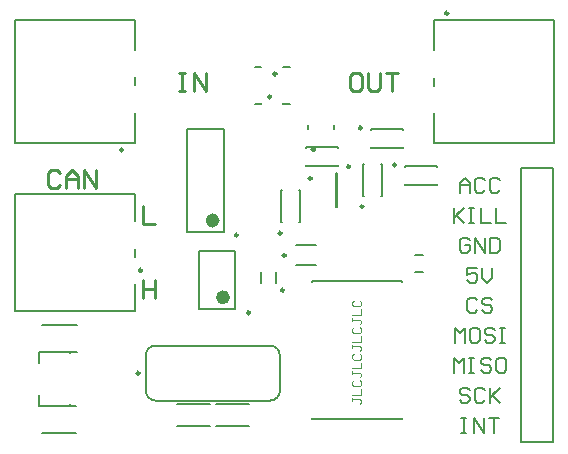
<source format=gto>
G04*
G04 #@! TF.GenerationSoftware,Altium Limited,Altium Designer,23.4.1 (23)*
G04*
G04 Layer_Color=65535*
%FSLAX44Y44*%
%MOMM*%
G71*
G04*
G04 #@! TF.SameCoordinates,1A97636D-EE55-4475-9E38-B8671C0F235C*
G04*
G04*
G04 #@! TF.FilePolarity,Positive*
G04*
G01*
G75*
%ADD10C,0.2500*%
%ADD11C,0.6000*%
%ADD12C,0.2000*%
%ADD13C,0.1200*%
%ADD14C,0.2540*%
%ADD15C,0.2032*%
D10*
X649750Y583900D02*
G03*
X649750Y583900I-1250J0D01*
G01*
X744611Y641939D02*
G03*
X744611Y641939I-1250J0D01*
G01*
X755939Y608139D02*
G03*
X755939Y608139I-1250J0D01*
G01*
X754639Y674561D02*
G03*
X754639Y674561I-1250J0D01*
G01*
X686689Y585639D02*
G03*
X686689Y585639I-1250J0D01*
G01*
X783639Y643311D02*
G03*
X783639Y643311I-1250J0D01*
G01*
X660000Y518200D02*
G03*
X660000Y518200I-1250J0D01*
G01*
X712219Y631750D02*
G03*
X712219Y631750I-1250J0D01*
G01*
X827740Y771740D02*
G03*
X827740Y771740I-1250J0D01*
G01*
X677770Y700980D02*
G03*
X677770Y700980I-1250J0D01*
G01*
X552450Y655980D02*
G03*
X552450Y655980I-1250J0D01*
G01*
X682360Y720480D02*
G03*
X682360Y720480I-1250J0D01*
G01*
X714750Y656250D02*
G03*
X714750Y656250I-1250J0D01*
G01*
X568500Y553960D02*
G03*
X568500Y553960I-1250J0D01*
G01*
X688775Y537330D02*
G03*
X688775Y537330I-1250J0D01*
G01*
X690250Y566750D02*
G03*
X690250Y566750I-1250J0D01*
G01*
X566490Y467075D02*
G03*
X566490Y467075I-1250J0D01*
G01*
D11*
X631250Y596250D02*
G03*
X631250Y596250I-3000J0D01*
G01*
X640000Y531250D02*
G03*
X640000Y531250I-3000J0D01*
G01*
D12*
X685240Y482075D02*
G03*
X676990Y490325I-8250J0D01*
G01*
X676990Y443825D02*
G03*
X685240Y452075I0J8250D01*
G01*
X571740Y452075D02*
G03*
X579990Y443825I8250J0D01*
G01*
Y490325D02*
G03*
X571740Y482075I0J-8250D01*
G01*
X638250Y586500D02*
Y674000D01*
X606250Y586500D02*
Y674000D01*
Y586500D02*
X638250D01*
X606250Y674000D02*
X638250D01*
X707250Y642750D02*
Y643550D01*
Y642750D02*
X734250D01*
Y643550D01*
X707250Y657950D02*
Y658750D01*
X734250D01*
Y657950D02*
Y658750D01*
X755500Y644250D02*
X756300D01*
X755500Y617250D02*
Y644250D01*
Y617250D02*
X756300D01*
X770700Y644250D02*
X771500D01*
Y617250D02*
Y644250D01*
X770700Y617250D02*
X771500D01*
X789500Y672950D02*
Y673750D01*
X762500D02*
X789500D01*
X762500Y672950D02*
Y673750D01*
X789500Y657750D02*
Y658550D01*
X762500Y657750D02*
X789500D01*
X762500D02*
Y658550D01*
X686250Y621750D02*
X687050D01*
X686250Y594750D02*
Y621750D01*
Y594750D02*
X687050D01*
X701450Y621750D02*
X702250D01*
Y594750D02*
Y621750D01*
X701450Y594750D02*
X702250D01*
X818500Y641700D02*
Y642500D01*
X791500D02*
X818500D01*
X791500Y641700D02*
Y642500D01*
X818500Y626500D02*
Y627300D01*
X791500Y626500D02*
X818500D01*
X791500D02*
Y627300D01*
X481494Y439250D02*
X507494D01*
Y483900D02*
Y485250D01*
Y439250D02*
Y440600D01*
X481494Y485250D02*
X507494D01*
X481494Y475665D02*
Y485250D01*
Y439250D02*
Y448835D01*
X483704Y416719D02*
X512866D01*
X483704Y439281D02*
X512866D01*
X647000Y521250D02*
Y570250D01*
X616500Y521250D02*
Y570250D01*
Y521250D02*
X647000D01*
X616500Y570250D02*
X647000D01*
X733521Y607750D02*
Y636750D01*
X732479Y607750D02*
X733521D01*
X732479D02*
Y636750D01*
X733521D01*
X483954Y485219D02*
X513116D01*
X483954Y507781D02*
X513116D01*
X815340Y661740D02*
Y687140D01*
Y710340D02*
Y717140D01*
Y740340D02*
Y765740D01*
X916940D01*
Y661740D02*
Y765740D01*
X815340Y661740D02*
X916940D01*
X664070Y726230D02*
X669520D01*
Y695230D02*
Y695480D01*
Y725980D02*
Y726230D01*
X664070Y695230D02*
X669520D01*
X916420Y408710D02*
Y640310D01*
X889520Y408710D02*
X916420D01*
X889520D02*
Y640310D01*
X916420D01*
X460750Y765980D02*
X562350D01*
X460750Y661980D02*
Y765980D01*
Y661980D02*
X562350D01*
Y687380D01*
Y710580D02*
Y717380D01*
Y740580D02*
Y765980D01*
X688110Y695230D02*
X693560D01*
X688110Y725980D02*
Y726230D01*
Y695230D02*
Y695480D01*
Y726230D02*
X693560D01*
X731000Y673750D02*
Y677250D01*
X709000Y673750D02*
Y677250D01*
X460750Y618460D02*
X562250D01*
X460750Y519460D02*
Y618460D01*
Y519460D02*
X562250D01*
Y542360D01*
Y565560D02*
Y572360D01*
Y595560D02*
Y618460D01*
X712525Y544080D02*
Y545280D01*
Y427780D02*
Y428980D01*
Y427780D02*
X788525D01*
Y544080D02*
Y545280D01*
Y427780D02*
Y428980D01*
X712525Y545280D02*
X788525D01*
X668900Y543000D02*
Y553000D01*
X681600Y543000D02*
Y553000D01*
X698500Y558250D02*
X715500D01*
X698500Y575250D02*
X715500D01*
X799750Y567250D02*
X806750D01*
X799750Y552250D02*
X806750D01*
X631338Y440576D02*
X659460D01*
X631338Y422454D02*
X659460D01*
X571740Y452075D02*
X571740Y452075D01*
Y482075D01*
X685240Y452075D02*
Y482075D01*
X579990Y490325D02*
X676990D01*
X579990Y443825D02*
X676990D01*
X597920Y422454D02*
X626041D01*
X597920Y440576D02*
X626041D01*
D13*
X746552Y445948D02*
Y443449D01*
Y444699D01*
X752800D01*
X754050Y443449D01*
Y442200D01*
X752800Y440950D01*
X746552Y448448D02*
X754050D01*
Y453446D01*
X747802Y460944D02*
X746552Y459694D01*
Y457195D01*
X747802Y455945D01*
X752800D01*
X754050Y457195D01*
Y459694D01*
X752800Y460944D01*
X746552Y468441D02*
Y465942D01*
Y467192D01*
X752800D01*
X754050Y465942D01*
Y464692D01*
X752800Y463443D01*
X746552Y470940D02*
X754050D01*
Y475939D01*
X747802Y483436D02*
X746552Y482187D01*
Y479688D01*
X747802Y478438D01*
X752800D01*
X754050Y479688D01*
Y482187D01*
X752800Y483436D01*
X746552Y490934D02*
Y488435D01*
Y489684D01*
X752800D01*
X754050Y488435D01*
Y487185D01*
X752800Y485936D01*
X746552Y493433D02*
X754050D01*
Y498432D01*
X747802Y505929D02*
X746552Y504680D01*
Y502180D01*
X747802Y500931D01*
X752800D01*
X754050Y502180D01*
Y504680D01*
X752800Y505929D01*
X746552Y513427D02*
Y510928D01*
Y512177D01*
X752800D01*
X754050Y510928D01*
Y509678D01*
X752800Y508428D01*
X746552Y515926D02*
X754050D01*
Y520924D01*
X747802Y528422D02*
X746552Y527172D01*
Y524673D01*
X747802Y523424D01*
X752800D01*
X754050Y524673D01*
Y527172D01*
X752800Y528422D01*
D14*
X568962Y546095D02*
Y530860D01*
Y538478D01*
X579118D01*
Y546095D01*
Y530860D01*
X568962Y608325D02*
Y593090D01*
X579118D01*
X499113Y636266D02*
X496574Y638805D01*
X491496D01*
X488957Y636266D01*
Y626109D01*
X491496Y623570D01*
X496574D01*
X499113Y626109D01*
X504192Y623570D02*
Y633727D01*
X509270Y638805D01*
X514348Y633727D01*
Y623570D01*
Y631188D01*
X504192D01*
X519427Y623570D02*
Y638805D01*
X529583Y623570D01*
Y638805D01*
X751844Y721355D02*
X746766D01*
X744227Y718816D01*
Y708659D01*
X746766Y706120D01*
X751844D01*
X754383Y708659D01*
Y718816D01*
X751844Y721355D01*
X759462D02*
Y708659D01*
X762001Y706120D01*
X767079D01*
X769618Y708659D01*
Y721355D01*
X774697D02*
X784853D01*
X779775D01*
Y706120D01*
X599444Y721355D02*
X604522D01*
X601983D01*
Y706120D01*
X599444D01*
X604522D01*
X612140D02*
Y721355D01*
X622296Y706120D01*
Y721355D01*
D15*
X846096Y579542D02*
X843980Y581658D01*
X839748D01*
X837632Y579542D01*
Y571078D01*
X839748Y568962D01*
X843980D01*
X846096Y571078D01*
Y575310D01*
X841864D01*
X850328Y568962D02*
Y581658D01*
X858792Y568962D01*
Y581658D01*
X863024D02*
Y568962D01*
X869372D01*
X871488Y571078D01*
Y579542D01*
X869372Y581658D01*
X863024D01*
X852444Y556258D02*
X843980D01*
Y549910D01*
X848212Y552026D01*
X850328D01*
X852444Y549910D01*
Y545678D01*
X850328Y543562D01*
X846096D01*
X843980Y545678D01*
X856676Y556258D02*
Y547794D01*
X860908Y543562D01*
X865140Y547794D01*
Y556258D01*
X838690Y429258D02*
X842922D01*
X840806D01*
Y416562D01*
X838690D01*
X842922D01*
X849270D02*
Y429258D01*
X857734Y416562D01*
Y429258D01*
X861966D02*
X870430D01*
X866198D01*
Y416562D01*
X846096Y452542D02*
X843980Y454658D01*
X839748D01*
X837632Y452542D01*
Y450426D01*
X839748Y448310D01*
X843980D01*
X846096Y446194D01*
Y444078D01*
X843980Y441962D01*
X839748D01*
X837632Y444078D01*
X858792Y452542D02*
X856676Y454658D01*
X852444D01*
X850328Y452542D01*
Y444078D01*
X852444Y441962D01*
X856676D01*
X858792Y444078D01*
X863024Y454658D02*
Y441962D01*
Y446194D01*
X871488Y454658D01*
X865140Y448310D01*
X871488Y441962D01*
X832342Y467362D02*
Y480058D01*
X836574Y475826D01*
X840806Y480058D01*
Y467362D01*
X845038Y480058D02*
X849270D01*
X847154D01*
Y467362D01*
X845038D01*
X849270D01*
X864082Y477942D02*
X861966Y480058D01*
X857734D01*
X855618Y477942D01*
Y475826D01*
X857734Y473710D01*
X861966D01*
X864082Y471594D01*
Y469478D01*
X861966Y467362D01*
X857734D01*
X855618Y469478D01*
X874662Y480058D02*
X870430D01*
X868314Y477942D01*
Y469478D01*
X870430Y467362D01*
X874662D01*
X876778Y469478D01*
Y477942D01*
X874662Y480058D01*
X833400Y492762D02*
Y505458D01*
X837632Y501226D01*
X841864Y505458D01*
Y492762D01*
X852444Y505458D02*
X848212D01*
X846096Y503342D01*
Y494878D01*
X848212Y492762D01*
X852444D01*
X854560Y494878D01*
Y503342D01*
X852444Y505458D01*
X867256Y503342D02*
X865140Y505458D01*
X860908D01*
X858792Y503342D01*
Y501226D01*
X860908Y499110D01*
X865140D01*
X867256Y496994D01*
Y494878D01*
X865140Y492762D01*
X860908D01*
X858792Y494878D01*
X871488Y505458D02*
X875720D01*
X873604D01*
Y492762D01*
X871488D01*
X875720D01*
X852444Y528742D02*
X850328Y530858D01*
X846096D01*
X843980Y528742D01*
Y520278D01*
X846096Y518162D01*
X850328D01*
X852444Y520278D01*
X865140Y528742D02*
X863024Y530858D01*
X858792D01*
X856676Y528742D01*
Y526626D01*
X858792Y524510D01*
X863024D01*
X865140Y522394D01*
Y520278D01*
X863024Y518162D01*
X858792D01*
X856676Y520278D01*
X837632Y619762D02*
Y628226D01*
X841864Y632458D01*
X846096Y628226D01*
Y619762D01*
Y626110D01*
X837632D01*
X858792Y630342D02*
X856676Y632458D01*
X852444D01*
X850328Y630342D01*
Y621878D01*
X852444Y619762D01*
X856676D01*
X858792Y621878D01*
X871488Y630342D02*
X869372Y632458D01*
X865140D01*
X863024Y630342D01*
Y621878D01*
X865140Y619762D01*
X869372D01*
X871488Y621878D01*
X832342Y607058D02*
Y594362D01*
Y598594D01*
X840806Y607058D01*
X834458Y600710D01*
X840806Y594362D01*
X845038Y607058D02*
X849270D01*
X847154D01*
Y594362D01*
X845038D01*
X849270D01*
X855618Y607058D02*
Y594362D01*
X864082D01*
X868314Y607058D02*
Y594362D01*
X876778D01*
M02*

</source>
